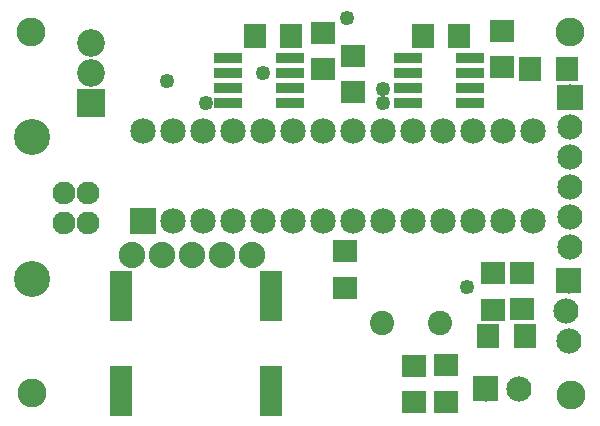
<source format=gts>
G04 MADE WITH FRITZING*
G04 WWW.FRITZING.ORG*
G04 DOUBLE SIDED*
G04 HOLES PLATED*
G04 CONTOUR ON CENTER OF CONTOUR VECTOR*
%ASAXBY*%
%FSLAX23Y23*%
%MOIN*%
%OFA0B0*%
%SFA1.0B1.0*%
%ADD10C,0.049370*%
%ADD11C,0.096614*%
%ADD12C,0.085000*%
%ADD13C,0.080925*%
%ADD14C,0.080866*%
%ADD15C,0.092000*%
%ADD16C,0.088000*%
%ADD17C,0.084000*%
%ADD18C,0.076000*%
%ADD19C,0.120000*%
%ADD20R,0.085000X0.085000*%
%ADD21R,0.092000X0.092000*%
%ADD22R,0.097000X0.034000*%
%ADD23R,0.072992X0.167480*%
%ADD24R,0.084803X0.072992*%
%ADD25R,0.072992X0.084803*%
%ADD26R,0.001000X0.001000*%
%LNMASK1*%
G90*
G70*
G54D10*
X1534Y437D03*
X1256Y1098D03*
X664Y1050D03*
X1255Y1052D03*
X855Y1152D03*
X535Y1124D03*
X1134Y1336D03*
G54D11*
X1883Y77D03*
X84Y84D03*
X1877Y1288D03*
X83Y1287D03*
G54D12*
X455Y659D03*
X455Y959D03*
X555Y659D03*
X555Y959D03*
X655Y659D03*
X655Y959D03*
X755Y659D03*
X755Y959D03*
X855Y659D03*
X855Y959D03*
X955Y659D03*
X955Y959D03*
X1055Y659D03*
X1055Y959D03*
X1155Y659D03*
X1155Y959D03*
X1255Y659D03*
X1255Y959D03*
X1355Y659D03*
X1355Y959D03*
X1455Y659D03*
X1455Y959D03*
X1555Y659D03*
X1555Y959D03*
X1655Y659D03*
X1655Y959D03*
X1755Y659D03*
X1755Y959D03*
G54D13*
X1253Y318D03*
G54D14*
X1446Y318D03*
G54D15*
X282Y1052D03*
X282Y1152D03*
X282Y1252D03*
G54D16*
X418Y543D03*
X518Y543D03*
X618Y543D03*
X718Y543D03*
X818Y543D03*
G54D17*
X1880Y1070D03*
X1880Y970D03*
X1880Y870D03*
X1880Y770D03*
X1880Y670D03*
X1880Y570D03*
X1880Y1070D03*
X1880Y970D03*
X1880Y870D03*
X1880Y770D03*
X1880Y670D03*
X1880Y570D03*
X1875Y459D03*
X1865Y359D03*
X1875Y259D03*
X1875Y459D03*
X1865Y359D03*
X1875Y259D03*
X1598Y99D03*
X1708Y99D03*
X1598Y99D03*
X1708Y99D03*
G54D18*
X271Y651D03*
X271Y750D03*
X193Y750D03*
X193Y651D03*
G54D19*
X86Y463D03*
X86Y937D03*
G54D18*
X271Y651D03*
X271Y750D03*
X193Y750D03*
X193Y651D03*
G54D19*
X86Y463D03*
X86Y937D03*
G54D20*
X455Y659D03*
G54D21*
X282Y1052D03*
G54D22*
X740Y1200D03*
X740Y1150D03*
X740Y1100D03*
X740Y1050D03*
X946Y1050D03*
X946Y1100D03*
X946Y1150D03*
X946Y1200D03*
X1340Y1200D03*
X1340Y1150D03*
X1340Y1100D03*
X1340Y1050D03*
X1546Y1050D03*
X1546Y1100D03*
X1546Y1150D03*
X1546Y1200D03*
G54D23*
X383Y407D03*
X383Y92D03*
G54D24*
X1127Y436D03*
X1127Y558D03*
G54D23*
X883Y407D03*
X883Y92D03*
G54D24*
X1357Y175D03*
X1357Y53D03*
X1465Y177D03*
X1465Y55D03*
X1621Y362D03*
X1621Y485D03*
X1717Y485D03*
X1717Y363D03*
G54D25*
X1746Y1164D03*
X1868Y1164D03*
G54D24*
X1651Y1170D03*
X1651Y1292D03*
X1156Y1209D03*
X1156Y1087D03*
X1056Y1163D03*
X1056Y1285D03*
G54D25*
X1727Y274D03*
X1605Y274D03*
X1509Y1276D03*
X1387Y1276D03*
X949Y1275D03*
X827Y1275D03*
G54D26*
X1838Y1112D02*
X1920Y1112D01*
X1837Y1111D02*
X1920Y1111D01*
X1837Y1110D02*
X1920Y1110D01*
X1837Y1109D02*
X1920Y1109D01*
X1837Y1108D02*
X1920Y1108D01*
X1837Y1107D02*
X1920Y1107D01*
X1837Y1106D02*
X1920Y1106D01*
X1837Y1105D02*
X1920Y1105D01*
X1837Y1104D02*
X1920Y1104D01*
X1837Y1103D02*
X1920Y1103D01*
X1837Y1102D02*
X1920Y1102D01*
X1837Y1101D02*
X1920Y1101D01*
X1837Y1100D02*
X1920Y1100D01*
X1837Y1099D02*
X1920Y1099D01*
X1837Y1098D02*
X1920Y1098D01*
X1837Y1097D02*
X1920Y1097D01*
X1837Y1096D02*
X1920Y1096D01*
X1837Y1095D02*
X1920Y1095D01*
X1837Y1094D02*
X1920Y1094D01*
X1837Y1093D02*
X1920Y1093D01*
X1837Y1092D02*
X1920Y1092D01*
X1837Y1091D02*
X1920Y1091D01*
X1837Y1090D02*
X1920Y1090D01*
X1837Y1089D02*
X1920Y1089D01*
X1837Y1088D02*
X1920Y1088D01*
X1837Y1087D02*
X1920Y1087D01*
X1837Y1086D02*
X1920Y1086D01*
X1837Y1085D02*
X1875Y1085D01*
X1883Y1085D02*
X1920Y1085D01*
X1837Y1084D02*
X1872Y1084D01*
X1886Y1084D02*
X1920Y1084D01*
X1837Y1083D02*
X1870Y1083D01*
X1888Y1083D02*
X1920Y1083D01*
X1837Y1082D02*
X1868Y1082D01*
X1889Y1082D02*
X1920Y1082D01*
X1837Y1081D02*
X1867Y1081D01*
X1890Y1081D02*
X1920Y1081D01*
X1837Y1080D02*
X1867Y1080D01*
X1891Y1080D02*
X1920Y1080D01*
X1837Y1079D02*
X1866Y1079D01*
X1892Y1079D02*
X1920Y1079D01*
X1837Y1078D02*
X1865Y1078D01*
X1893Y1078D02*
X1920Y1078D01*
X1837Y1077D02*
X1865Y1077D01*
X1893Y1077D02*
X1920Y1077D01*
X1837Y1076D02*
X1864Y1076D01*
X1894Y1076D02*
X1920Y1076D01*
X1837Y1075D02*
X1864Y1075D01*
X1894Y1075D02*
X1920Y1075D01*
X1837Y1074D02*
X1864Y1074D01*
X1894Y1074D02*
X1920Y1074D01*
X1837Y1073D02*
X1864Y1073D01*
X1894Y1073D02*
X1920Y1073D01*
X1837Y1072D02*
X1864Y1072D01*
X1894Y1072D02*
X1920Y1072D01*
X1837Y1071D02*
X1863Y1071D01*
X1894Y1071D02*
X1920Y1071D01*
X1837Y1070D02*
X1863Y1070D01*
X1894Y1070D02*
X1920Y1070D01*
X1837Y1069D02*
X1864Y1069D01*
X1894Y1069D02*
X1920Y1069D01*
X1837Y1068D02*
X1864Y1068D01*
X1894Y1068D02*
X1920Y1068D01*
X1837Y1067D02*
X1864Y1067D01*
X1894Y1067D02*
X1920Y1067D01*
X1837Y1066D02*
X1864Y1066D01*
X1894Y1066D02*
X1920Y1066D01*
X1837Y1065D02*
X1864Y1065D01*
X1894Y1065D02*
X1920Y1065D01*
X1837Y1064D02*
X1865Y1064D01*
X1893Y1064D02*
X1920Y1064D01*
X1837Y1063D02*
X1865Y1063D01*
X1893Y1063D02*
X1920Y1063D01*
X1837Y1062D02*
X1866Y1062D01*
X1892Y1062D02*
X1920Y1062D01*
X1837Y1061D02*
X1866Y1061D01*
X1892Y1061D02*
X1920Y1061D01*
X1837Y1060D02*
X1867Y1060D01*
X1891Y1060D02*
X1920Y1060D01*
X1837Y1059D02*
X1868Y1059D01*
X1890Y1059D02*
X1920Y1059D01*
X1837Y1058D02*
X1869Y1058D01*
X1889Y1058D02*
X1920Y1058D01*
X1837Y1057D02*
X1871Y1057D01*
X1887Y1057D02*
X1920Y1057D01*
X1837Y1056D02*
X1874Y1056D01*
X1884Y1056D02*
X1920Y1056D01*
X1837Y1055D02*
X1920Y1055D01*
X1837Y1054D02*
X1920Y1054D01*
X1837Y1053D02*
X1920Y1053D01*
X1837Y1052D02*
X1920Y1052D01*
X1837Y1051D02*
X1920Y1051D01*
X1837Y1050D02*
X1920Y1050D01*
X1837Y1049D02*
X1920Y1049D01*
X1837Y1048D02*
X1920Y1048D01*
X1837Y1047D02*
X1920Y1047D01*
X1837Y1046D02*
X1920Y1046D01*
X1837Y1045D02*
X1920Y1045D01*
X1837Y1044D02*
X1920Y1044D01*
X1837Y1043D02*
X1920Y1043D01*
X1837Y1042D02*
X1920Y1042D01*
X1837Y1041D02*
X1920Y1041D01*
X1837Y1040D02*
X1920Y1040D01*
X1837Y1039D02*
X1920Y1039D01*
X1837Y1038D02*
X1920Y1038D01*
X1837Y1037D02*
X1920Y1037D01*
X1837Y1036D02*
X1920Y1036D01*
X1837Y1035D02*
X1920Y1035D01*
X1837Y1034D02*
X1920Y1034D01*
X1837Y1033D02*
X1920Y1033D01*
X1837Y1032D02*
X1920Y1032D01*
X1837Y1031D02*
X1920Y1031D01*
X1837Y1030D02*
X1920Y1030D01*
X1837Y1029D02*
X1920Y1029D01*
X1833Y502D02*
X1915Y502D01*
X1832Y501D02*
X1915Y501D01*
X1832Y500D02*
X1915Y500D01*
X1832Y499D02*
X1915Y499D01*
X1832Y498D02*
X1915Y498D01*
X1832Y497D02*
X1915Y497D01*
X1832Y496D02*
X1915Y496D01*
X1832Y495D02*
X1915Y495D01*
X1832Y494D02*
X1915Y494D01*
X1832Y493D02*
X1915Y493D01*
X1832Y492D02*
X1915Y492D01*
X1832Y491D02*
X1915Y491D01*
X1832Y490D02*
X1915Y490D01*
X1832Y489D02*
X1915Y489D01*
X1832Y488D02*
X1915Y488D01*
X1832Y487D02*
X1915Y487D01*
X1832Y486D02*
X1915Y486D01*
X1832Y485D02*
X1915Y485D01*
X1832Y484D02*
X1915Y484D01*
X1832Y483D02*
X1915Y483D01*
X1832Y482D02*
X1915Y482D01*
X1832Y481D02*
X1915Y481D01*
X1832Y480D02*
X1915Y480D01*
X1832Y479D02*
X1915Y479D01*
X1832Y478D02*
X1915Y478D01*
X1832Y477D02*
X1915Y477D01*
X1832Y476D02*
X1915Y476D01*
X1832Y475D02*
X1871Y475D01*
X1877Y475D02*
X1915Y475D01*
X1832Y474D02*
X1867Y474D01*
X1881Y474D02*
X1915Y474D01*
X1832Y473D02*
X1865Y473D01*
X1883Y473D02*
X1915Y473D01*
X1832Y472D02*
X1864Y472D01*
X1884Y472D02*
X1915Y472D01*
X1832Y471D02*
X1863Y471D01*
X1885Y471D02*
X1915Y471D01*
X1832Y470D02*
X1862Y470D01*
X1886Y470D02*
X1915Y470D01*
X1832Y469D02*
X1861Y469D01*
X1887Y469D02*
X1915Y469D01*
X1832Y468D02*
X1860Y468D01*
X1888Y468D02*
X1915Y468D01*
X1832Y467D02*
X1860Y467D01*
X1888Y467D02*
X1915Y467D01*
X1832Y466D02*
X1859Y466D01*
X1888Y466D02*
X1915Y466D01*
X1832Y465D02*
X1859Y465D01*
X1889Y465D02*
X1915Y465D01*
X1832Y464D02*
X1859Y464D01*
X1889Y464D02*
X1915Y464D01*
X1832Y463D02*
X1859Y463D01*
X1889Y463D02*
X1915Y463D01*
X1832Y462D02*
X1859Y462D01*
X1889Y462D02*
X1915Y462D01*
X1832Y461D02*
X1858Y461D01*
X1889Y461D02*
X1915Y461D01*
X1832Y460D02*
X1858Y460D01*
X1889Y460D02*
X1915Y460D01*
X1832Y459D02*
X1858Y459D01*
X1889Y459D02*
X1915Y459D01*
X1832Y458D02*
X1859Y458D01*
X1889Y458D02*
X1915Y458D01*
X1832Y457D02*
X1859Y457D01*
X1889Y457D02*
X1915Y457D01*
X1832Y456D02*
X1859Y456D01*
X1889Y456D02*
X1915Y456D01*
X1832Y455D02*
X1859Y455D01*
X1889Y455D02*
X1915Y455D01*
X1832Y454D02*
X1860Y454D01*
X1888Y454D02*
X1915Y454D01*
X1832Y453D02*
X1860Y453D01*
X1888Y453D02*
X1915Y453D01*
X1832Y452D02*
X1861Y452D01*
X1887Y452D02*
X1915Y452D01*
X1832Y451D02*
X1861Y451D01*
X1887Y451D02*
X1915Y451D01*
X1832Y450D02*
X1862Y450D01*
X1886Y450D02*
X1915Y450D01*
X1832Y449D02*
X1863Y449D01*
X1885Y449D02*
X1915Y449D01*
X1832Y448D02*
X1864Y448D01*
X1884Y448D02*
X1915Y448D01*
X1832Y447D02*
X1866Y447D01*
X1882Y447D02*
X1915Y447D01*
X1832Y446D02*
X1868Y446D01*
X1880Y446D02*
X1915Y446D01*
X1832Y445D02*
X1915Y445D01*
X1832Y444D02*
X1915Y444D01*
X1832Y443D02*
X1915Y443D01*
X1832Y442D02*
X1915Y442D01*
X1832Y441D02*
X1915Y441D01*
X1832Y440D02*
X1915Y440D01*
X1832Y439D02*
X1915Y439D01*
X1832Y438D02*
X1915Y438D01*
X1832Y437D02*
X1915Y437D01*
X1832Y436D02*
X1915Y436D01*
X1832Y435D02*
X1915Y435D01*
X1832Y434D02*
X1915Y434D01*
X1832Y433D02*
X1915Y433D01*
X1832Y432D02*
X1915Y432D01*
X1832Y431D02*
X1915Y431D01*
X1832Y430D02*
X1915Y430D01*
X1832Y429D02*
X1915Y429D01*
X1832Y428D02*
X1915Y428D01*
X1832Y427D02*
X1915Y427D01*
X1832Y426D02*
X1915Y426D01*
X1832Y425D02*
X1915Y425D01*
X1832Y424D02*
X1915Y424D01*
X1832Y423D02*
X1915Y423D01*
X1832Y422D02*
X1915Y422D01*
X1832Y421D02*
X1915Y421D01*
X1832Y420D02*
X1915Y420D01*
X1832Y419D02*
X1915Y419D01*
X1556Y141D02*
X1639Y141D01*
X1556Y140D02*
X1639Y140D01*
X1556Y139D02*
X1639Y139D01*
X1556Y138D02*
X1639Y138D01*
X1556Y137D02*
X1639Y137D01*
X1556Y136D02*
X1639Y136D01*
X1556Y135D02*
X1639Y135D01*
X1556Y134D02*
X1639Y134D01*
X1556Y133D02*
X1639Y133D01*
X1556Y132D02*
X1639Y132D01*
X1556Y131D02*
X1639Y131D01*
X1556Y130D02*
X1639Y130D01*
X1556Y129D02*
X1639Y129D01*
X1556Y128D02*
X1639Y128D01*
X1556Y127D02*
X1639Y127D01*
X1556Y126D02*
X1639Y126D01*
X1556Y125D02*
X1639Y125D01*
X1556Y124D02*
X1639Y124D01*
X1556Y123D02*
X1639Y123D01*
X1556Y122D02*
X1639Y122D01*
X1556Y121D02*
X1639Y121D01*
X1556Y120D02*
X1639Y120D01*
X1556Y119D02*
X1639Y119D01*
X1556Y118D02*
X1639Y118D01*
X1556Y117D02*
X1639Y117D01*
X1556Y116D02*
X1639Y116D01*
X1556Y115D02*
X1639Y115D01*
X1556Y114D02*
X1591Y114D01*
X1603Y114D02*
X1639Y114D01*
X1556Y113D02*
X1589Y113D01*
X1605Y113D02*
X1639Y113D01*
X1556Y112D02*
X1587Y112D01*
X1607Y112D02*
X1639Y112D01*
X1556Y111D02*
X1586Y111D01*
X1608Y111D02*
X1639Y111D01*
X1556Y110D02*
X1585Y110D01*
X1609Y110D02*
X1639Y110D01*
X1556Y109D02*
X1584Y109D01*
X1610Y109D02*
X1639Y109D01*
X1556Y108D02*
X1584Y108D01*
X1610Y108D02*
X1639Y108D01*
X1556Y107D02*
X1583Y107D01*
X1611Y107D02*
X1639Y107D01*
X1556Y106D02*
X1583Y106D01*
X1611Y106D02*
X1639Y106D01*
X1556Y105D02*
X1582Y105D01*
X1612Y105D02*
X1639Y105D01*
X1556Y104D02*
X1582Y104D01*
X1612Y104D02*
X1639Y104D01*
X1556Y103D02*
X1582Y103D01*
X1612Y103D02*
X1639Y103D01*
X1556Y102D02*
X1582Y102D01*
X1612Y102D02*
X1639Y102D01*
X1556Y101D02*
X1582Y101D01*
X1612Y101D02*
X1639Y101D01*
X1556Y100D02*
X1582Y100D01*
X1612Y100D02*
X1639Y100D01*
X1556Y99D02*
X1582Y99D01*
X1612Y99D02*
X1639Y99D01*
X1556Y98D02*
X1582Y98D01*
X1612Y98D02*
X1639Y98D01*
X1556Y97D02*
X1582Y97D01*
X1612Y97D02*
X1639Y97D01*
X1556Y96D02*
X1582Y96D01*
X1612Y96D02*
X1639Y96D01*
X1556Y95D02*
X1582Y95D01*
X1612Y95D02*
X1639Y95D01*
X1556Y94D02*
X1583Y94D01*
X1611Y94D02*
X1639Y94D01*
X1556Y93D02*
X1583Y93D01*
X1611Y93D02*
X1639Y93D01*
X1556Y92D02*
X1583Y92D01*
X1611Y92D02*
X1639Y92D01*
X1556Y91D02*
X1584Y91D01*
X1610Y91D02*
X1639Y91D01*
X1556Y90D02*
X1585Y90D01*
X1609Y90D02*
X1639Y90D01*
X1556Y89D02*
X1586Y89D01*
X1608Y89D02*
X1639Y89D01*
X1556Y88D02*
X1587Y88D01*
X1607Y88D02*
X1639Y88D01*
X1556Y87D02*
X1588Y87D01*
X1606Y87D02*
X1639Y87D01*
X1556Y86D02*
X1591Y86D01*
X1603Y86D02*
X1639Y86D01*
X1556Y85D02*
X1595Y85D01*
X1599Y85D02*
X1639Y85D01*
X1556Y84D02*
X1639Y84D01*
X1556Y83D02*
X1639Y83D01*
X1556Y82D02*
X1639Y82D01*
X1556Y81D02*
X1639Y81D01*
X1556Y80D02*
X1639Y80D01*
X1556Y79D02*
X1639Y79D01*
X1556Y78D02*
X1639Y78D01*
X1556Y77D02*
X1639Y77D01*
X1556Y76D02*
X1639Y76D01*
X1556Y75D02*
X1639Y75D01*
X1556Y74D02*
X1639Y74D01*
X1556Y73D02*
X1639Y73D01*
X1556Y72D02*
X1639Y72D01*
X1556Y71D02*
X1639Y71D01*
X1556Y70D02*
X1639Y70D01*
X1556Y69D02*
X1639Y69D01*
X1556Y68D02*
X1639Y68D01*
X1556Y67D02*
X1639Y67D01*
X1556Y66D02*
X1639Y66D01*
X1556Y65D02*
X1639Y65D01*
X1556Y64D02*
X1639Y64D01*
X1556Y63D02*
X1639Y63D01*
X1556Y62D02*
X1639Y62D01*
X1556Y61D02*
X1639Y61D01*
X1556Y60D02*
X1639Y60D01*
X1556Y59D02*
X1639Y59D01*
X1556Y58D02*
X1638Y58D01*
D02*
G04 End of Mask1*
M02*
</source>
